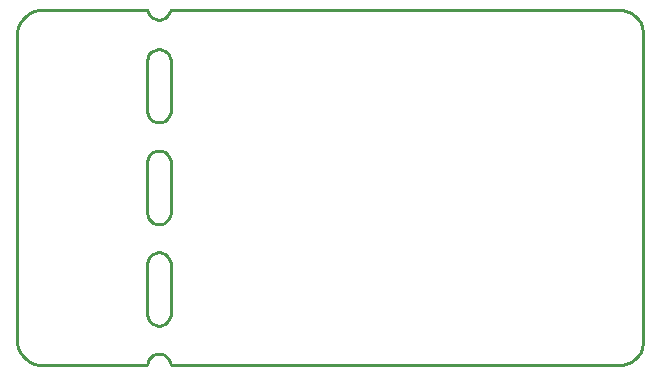
<source format=gm1>
G04*
G04 #@! TF.GenerationSoftware,Altium Limited,Altium Designer,20.0.9 (164)*
G04*
G04 Layer_Color=16711935*
%FSLAX24Y24*%
%MOIN*%
G70*
G01*
G75*
%ADD21C,0.0100*%
D21*
X-355Y3740D02*
X-279Y3725D01*
X-207Y3695D01*
X-143Y3652D01*
X-88Y3597D01*
X-45Y3533D01*
X-15Y3461D01*
X-0Y3385D01*
X-0Y3346D02*
X-0Y3385D01*
X-0Y3346D02*
X-0Y3346D01*
X-0Y1693D01*
X-0Y1654D01*
X-15Y1578D02*
X-0Y1654D01*
X-45Y1506D02*
X-15Y1578D01*
X-88Y1442D02*
X-45Y1506D01*
X-143Y1387D02*
X-88Y1442D01*
X-207Y1344D02*
X-143Y1387D01*
X-279Y1314D02*
X-207Y1344D01*
X-355Y1299D02*
X-279Y1314D01*
X-394Y1299D02*
X-355Y1299D01*
X-394Y1299D02*
X-394Y1299D01*
X-432Y1299D02*
X-394Y1299D01*
X-509Y1314D02*
X-432Y1299D01*
X-580Y1344D02*
X-509Y1314D01*
X-645Y1387D02*
X-580Y1344D01*
X-700Y1442D02*
X-645Y1387D01*
X-743Y1506D02*
X-700Y1442D01*
X-772Y1578D02*
X-743Y1506D01*
X-787Y1654D02*
X-772Y1578D01*
X-787Y1654D02*
X-787Y1693D01*
X-787Y1693D02*
X-787Y1693D01*
X-787Y1693D02*
X-787Y3346D01*
Y3385D01*
X-772Y3461D01*
X-743Y3533D01*
X-700Y3597D01*
X-645Y3652D01*
X-580Y3695D01*
X-509Y3725D01*
X-432Y3740D01*
X-394Y3740D01*
X-394Y3740D01*
X-355D01*
Y7126D02*
X-279Y7111D01*
X-207Y7081D01*
X-143Y7038D01*
X-88Y6983D01*
X-45Y6919D01*
X-15Y6847D01*
X-0Y6771D01*
X-0Y6732D02*
X-0Y6771D01*
X-0Y6732D02*
X-0Y6732D01*
X-0Y5079D01*
X-0Y5040D01*
X-15Y4964D02*
X-0Y5040D01*
X-45Y4892D02*
X-15Y4964D01*
X-88Y4828D02*
X-45Y4892D01*
X-143Y4773D02*
X-88Y4828D01*
X-207Y4730D02*
X-143Y4773D01*
X-279Y4700D02*
X-207Y4730D01*
X-355Y4685D02*
X-279Y4700D01*
X-394Y4685D02*
X-355Y4685D01*
X-394Y4685D02*
X-394Y4685D01*
X-432Y4685D02*
X-394Y4685D01*
X-509Y4700D02*
X-432Y4685D01*
X-580Y4730D02*
X-509Y4700D01*
X-645Y4773D02*
X-580Y4730D01*
X-700Y4828D02*
X-645Y4773D01*
X-743Y4892D02*
X-700Y4828D01*
X-772Y4964D02*
X-743Y4892D01*
X-787Y5040D02*
X-772Y4964D01*
X-787Y5040D02*
X-787Y5079D01*
X-787Y5079D02*
X-787Y5079D01*
X-787Y5079D02*
X-787Y6732D01*
Y6771D01*
X-772Y6847D01*
X-743Y6919D01*
X-700Y6983D01*
X-645Y7038D01*
X-580Y7081D01*
X-509Y7111D01*
X-432Y7126D01*
X-394Y7126D01*
X-394Y7126D01*
X-355D01*
X-355Y10512D02*
X-279Y10497D01*
X-207Y10467D01*
X-143Y10424D01*
X-88Y10369D01*
X-45Y10305D01*
X-15Y10233D01*
X0Y10157D01*
X-0Y10118D02*
X0Y10157D01*
X-0Y10118D02*
X0Y10118D01*
X-0Y8465D02*
X0Y10118D01*
X-0Y8426D02*
Y8465D01*
X-15Y8350D02*
X-0Y8426D01*
X-45Y8278D02*
X-15Y8350D01*
X-88Y8214D02*
X-45Y8278D01*
X-143Y8159D02*
X-88Y8214D01*
X-207Y8116D02*
X-143Y8159D01*
X-279Y8086D02*
X-207Y8116D01*
X-355Y8071D02*
X-279Y8086D01*
X-394Y8071D02*
X-355Y8071D01*
X-432D02*
X-394Y8071D01*
X-509Y8086D02*
X-432Y8071D01*
X-580Y8116D02*
X-509Y8086D01*
X-645Y8159D02*
X-580Y8116D01*
X-699Y8214D02*
X-645Y8159D01*
X-743Y8278D02*
X-699Y8214D01*
X-772Y8350D02*
X-743Y8278D01*
X-787Y8426D02*
X-772Y8350D01*
X-787Y8426D02*
X-787Y8465D01*
X-787Y10118D02*
X-787Y8465D01*
X-787Y10157D02*
X-787Y10118D01*
X-787Y10157D02*
X-772Y10233D01*
X-743Y10305D01*
X-699Y10369D01*
X-645Y10424D01*
X-580Y10467D01*
X-509Y10497D01*
X-432Y10512D01*
X-394Y10512D01*
X-394Y10512D02*
X-394Y10512D01*
X-394Y10512D02*
X-355Y10512D01*
X11811Y11811D02*
X14961Y11811D01*
X-8Y11811D02*
X11811Y11811D01*
X-15Y11775D02*
X-8Y11811D01*
X-45Y11703D02*
X-15Y11775D01*
X-88Y11639D02*
X-45Y11703D01*
X-143Y11584D02*
X-88Y11639D01*
X-207Y11541D02*
X-143Y11584D01*
X-279Y11511D02*
X-207Y11541D01*
X-355Y11496D02*
X-279Y11511D01*
X-432Y11496D02*
X-355D01*
X-509Y11511D02*
X-432Y11496D01*
X-580Y11541D02*
X-509Y11511D01*
X-645Y11584D02*
X-580Y11541D01*
X-700Y11639D02*
X-645Y11584D01*
X-743Y11703D02*
X-700Y11639D01*
X-772Y11775D02*
X-743Y11703D01*
X-779Y11811D02*
X-772Y11775D01*
X-2756Y11811D02*
X-779Y11811D01*
X-4331Y11811D02*
X-2756D01*
X-4408Y11811D02*
X-4331Y11811D01*
X-4560Y11781D02*
X-4408Y11811D01*
X-4704Y11721D02*
X-4560Y11781D01*
X-4833Y11635D02*
X-4704Y11721D01*
X-4942Y11526D02*
X-4833Y11635D01*
X-5028Y11397D02*
X-4942Y11526D01*
X-5088Y11253D02*
X-5028Y11397D01*
X-5118Y11101D02*
X-5088Y11253D01*
X-5118Y11024D02*
Y11101D01*
Y787D02*
Y11024D01*
Y710D02*
Y787D01*
Y710D02*
X-5088Y558D01*
X-5028Y414D01*
X-4942Y285D01*
X-4833Y176D01*
X-4704Y90D01*
X-4560Y30D01*
X-4408Y0D01*
X-4331D01*
X-1969Y0D01*
X-787Y0D01*
X-772Y75D01*
X-743Y147D01*
X-700Y212D01*
X-645Y266D01*
X-580Y310D01*
X-509Y339D01*
X-432Y354D01*
X-355D01*
X-279Y339D01*
X-207Y310D01*
X-143Y266D01*
X-88Y212D01*
X-45Y147D01*
X-15Y75D01*
X-0Y0D01*
X12992Y-0D01*
X14961Y0D01*
X15038Y0D01*
X15190Y30D01*
X15334Y90D01*
X15463Y176D01*
X15572Y285D01*
X15658Y414D01*
X15718Y558D01*
X15748Y710D01*
X15748Y787D02*
X15748Y710D01*
X15748Y787D02*
X15748Y11024D01*
Y11101D01*
X15718Y11253D02*
X15748Y11101D01*
X15658Y11397D02*
X15718Y11253D01*
X15572Y11526D02*
X15658Y11397D01*
X15463Y11635D02*
X15572Y11526D01*
X15334Y11721D02*
X15463Y11635D01*
X15190Y11781D02*
X15334Y11721D01*
X15038Y11811D02*
X15190Y11781D01*
X14961Y11811D02*
X15038Y11811D01*
M02*

</source>
